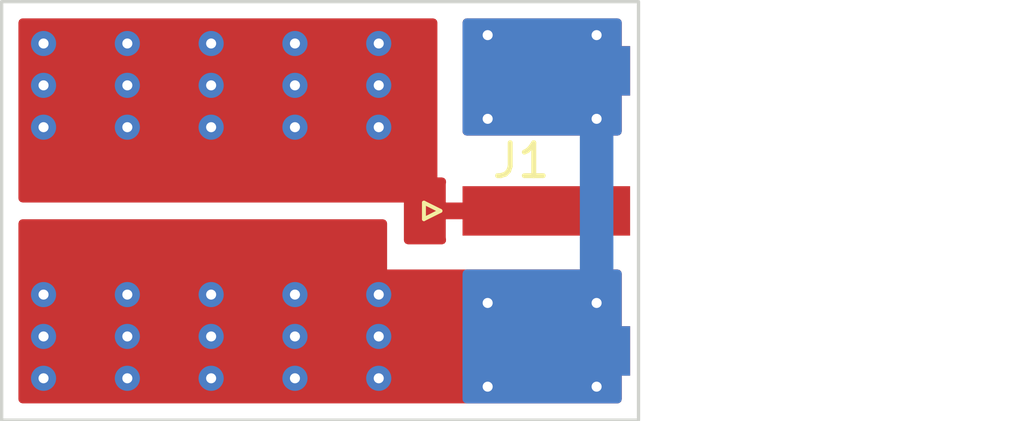
<source format=kicad_pcb>
(kicad_pcb (version 20211014) (generator pcbnew)
  (layers (0 "F.Cu" signal) (31 "B.Cu" jumper) (34 "B.Paste" user) (35 "F.Paste" user) (36 "B.SilkS" user "B.Silkscreen") (37 "F.SilkS" user "F.Silkscreen") (38 "B.Mask" user) (39 "F.Mask" user) (44 "Edge.Cuts" user))
  (net 0 "")
  (net 1 "CTR")
  (net 2 "SHLD")
  (footprint "Connector_Coaxial:SMA_Amphenol_132289_EdgeMount" (layer "F.Cu") (at 149.86 76.2)
    (fp_text reference "J1" (at -0.762 -1.524 180) (layer "F.SilkS"))
    (fp_text value "Conn_Coaxial" hide)
    (fp_line (start -3.71 0.25) (end -3.21 0) (layer "F.SilkS") (width 0.12))
    (fp_line (start -3.71 -0.25) (end -3.71 0.25) (layer "F.SilkS") (width 0.12))
    (fp_line (start -3.21 0) (end -3.71 -0.25) (layer "F.SilkS") (width 0.12))
    (pad "1" smd rect (at 0 0 90) (size 1.5 5.08) (layers "F.Cu" "F.Paste" "F.Mask") (net 1 "CTR"))
    (pad "2" smd rect (at 0 4.25 90) (size 1.5 5.08) (layers "F.Cu" "F.Paste" "F.Mask") (net 2 "SHLD"))
    (pad "2" smd rect (at 0 -4.25 90) (size 1.5 5.08) (layers "F.Cu" "F.Paste" "F.Mask") (net 2 "SHLD"))
    (pad "2" smd rect (at 0 4.25 90) (size 1.5 5.08) (layers "B.Cu" "B.Paste" "B.Mask") (net 2 "SHLD"))
    (pad "2" smd rect (at 0 -4.25 90) (size 1.5 5.08) (layers "B.Cu" "B.Paste" "B.Mask") (net 2 "SHLD"))
  )
  (gr_rect (start 152.654 69.85) (end 133.35 82.55) (layer "Edge.Cuts") (width 0.1) (fill none))
  (via (at 139.7 73.66) (size 0.762) (drill 0.3048) (layers "F.Cu" "B.Cu") (net 1))
  (via (at 142.24 72.39) (size 0.762) (drill 0.3048) (layers "F.Cu" "B.Cu") (net 1))
  (via (at 139.7 71.12) (size 0.762) (drill 0.3048) (layers "F.Cu" "B.Cu") (net 1))
  (via (at 134.62 71.12) (size 0.762) (drill 0.3048) (layers "F.Cu" "B.Cu") (net 1))
  (via (at 134.62 73.66) (size 0.762) (drill 0.3048) (layers "F.Cu" "B.Cu") (net 1))
  (via (at 139.7 72.39) (size 0.762) (drill 0.3048) (layers "F.Cu" "B.Cu") (net 1))
  (via (at 137.16 71.12) (size 0.762) (drill 0.3048) (layers "F.Cu" "B.Cu") (net 1))
  (via (at 142.24 73.66) (size 0.762) (drill 0.3048) (layers "F.Cu" "B.Cu") (net 1))
  (via (at 144.78 73.66) (size 0.762) (drill 0.3048) (layers "F.Cu" "B.Cu") (net 1))
  (via (at 137.16 73.66) (size 0.762) (drill 0.3048) (layers "F.Cu" "B.Cu") (net 1))
  (via (at 144.78 71.12) (size 0.762) (drill 0.3048) (layers "F.Cu" "B.Cu") (net 1))
  (via (at 142.24 71.12) (size 0.762) (drill 0.3048) (layers "F.Cu" "B.Cu") (net 1))
  (via (at 144.78 72.39) (size 0.762) (drill 0.3048) (layers "F.Cu" "B.Cu") (net 1))
  (via (at 137.16 72.39) (size 0.762) (drill 0.3048) (layers "F.Cu" "B.Cu") (net 1))
  (via (at 134.62 72.39) (size 0.762) (drill 0.3048) (layers "F.Cu" "B.Cu") (net 1))
  (via (at 134.62 78.74) (size 0.762) (drill 0.3048) (layers "F.Cu" "B.Cu") (net 2))
  (via (at 139.7 81.28) (size 0.762) (drill 0.3048) (layers "F.Cu" "B.Cu") (net 2))
  (via (at 148.082 70.866) (size 0.762) (drill 0.3048) (layers "F.Cu" "B.Cu") (net 2))
  (via (at 151.384 70.866) (size 0.762) (drill 0.3048) (layers "F.Cu" "B.Cu") (net 2))
  (via (at 151.384 81.534) (size 0.762) (drill 0.3048) (layers "F.Cu" "B.Cu") (net 2))
  (via (at 144.78 81.28) (size 0.762) (drill 0.3048) (layers "F.Cu" "B.Cu") (net 2))
  (via (at 151.384 78.994) (size 0.762) (drill 0.3048) (layers "F.Cu" "B.Cu") (net 2))
  (via (at 148.082 78.994) (size 0.762) (drill 0.3048) (layers "F.Cu" "B.Cu") (net 2))
  (via (at 139.7 80.01) (size 0.762) (drill 0.3048) (layers "F.Cu" "B.Cu") (net 2))
  (via (at 142.24 80.01) (size 0.762) (drill 0.3048) (layers "F.Cu" "B.Cu") (net 2))
  (via (at 134.62 80.01) (size 0.762) (drill 0.3048) (layers "F.Cu" "B.Cu") (net 2))
  (via (at 148.082 73.406) (size 0.762) (drill 0.3048) (layers "F.Cu" "B.Cu") (net 2))
  (via (at 144.78 80.01) (size 0.762) (drill 0.3048) (layers "F.Cu" "B.Cu") (net 2))
  (via (at 137.16 80.01) (size 0.762) (drill 0.3048) (layers "F.Cu" "B.Cu") (net 2))
  (via (at 139.7 78.74) (size 0.762) (drill 0.3048) (layers "F.Cu" "B.Cu") (net 2))
  (via (at 142.24 81.28) (size 0.762) (drill 0.3048) (layers "F.Cu" "B.Cu") (net 2))
  (via (at 137.16 81.28) (size 0.762) (drill 0.3048) (layers "F.Cu" "B.Cu") (net 2))
  (via (at 151.384 73.406) (size 0.762) (drill 0.3048) (layers "F.Cu" "B.Cu") (net 2))
  (via (at 137.16 78.74) (size 0.762) (drill 0.3048) (layers "F.Cu" "B.Cu") (net 2))
  (via (at 142.24 78.74) (size 0.762) (drill 0.3048) (layers "F.Cu" "B.Cu") (net 2))
  (via (at 134.62 81.28) (size 0.762) (drill 0.3048) (layers "F.Cu" "B.Cu") (net 2))
  (via (at 148.082 81.534) (size 0.762) (drill 0.3048) (layers "F.Cu" "B.Cu") (net 2))
  (via (at 144.78 78.74) (size 0.762) (drill 0.3048) (layers "F.Cu" "B.Cu") (net 2))
  (segment (start 151.384 73.406) (end 151.384 78.994) (width 1.016) (layer "B.Cu") (net 2))
  (zone (net 2) (net_name "SHLD") (layer "F.Cu") (connect_pads yes (clearance 0.508)) (min_thickness 0.254) (fill yes (thermal_gap 0.508) (thermal_bridge_width 0.508))
    (polygon (pts (xy 152.146 73.914) (xy 147.32 73.914) (xy 147.32 70.104) (xy 152.146 70.104)))
  )
  (zone (net 2) (net_name "SHLD") (layer "F.Cu") (connect_pads yes (clearance 0.508)) (min_thickness 0.254) (fill yes (thermal_gap 0.508) (thermal_bridge_width 0.508))
    (polygon (pts (xy 152.146 82.296) (xy 133.604 82.296) (xy 133.604 76.454) (xy 145.034 76.454) (xy 145.034 77.978) (xy 152.146 77.978)))
  )
  (zone (net 1) (net_name "CTR") (layer "F.Cu") (connect_pads (clearance 0.508)) (min_thickness 0.254) (fill yes (thermal_gap 0.508) (thermal_bridge_width 0.508))
    (polygon (pts (xy 146.558 75.184) (xy 152.146 75.184) (xy 152.146 77.216) (xy 145.542 77.216) (xy 145.542 75.946) (xy 133.604 75.946) (xy 133.604 70.104) (xy 146.558 70.104)))
  )
  (zone (net 2) (net_name "SHLD") (layer "B.Cu") (connect_pads yes (clearance 0.508)) (min_thickness 0.254) (fill yes (thermal_gap 0.508) (thermal_bridge_width 0.508))
    (polygon (pts (xy 152.146 82.296) (xy 147.32 82.296) (xy 147.32 77.978) (xy 152.146 77.978)))
  )
  (zone (net 2) (net_name "SHLD") (layer "B.Cu") (connect_pads yes (clearance 0.508)) (min_thickness 0.254) (fill yes (thermal_gap 0.508) (thermal_bridge_width 0.508))
    (polygon (pts (xy 152.146 73.914) (xy 147.32 73.914) (xy 147.32 70.104) (xy 152.146 70.104)))
  )
)
</source>
